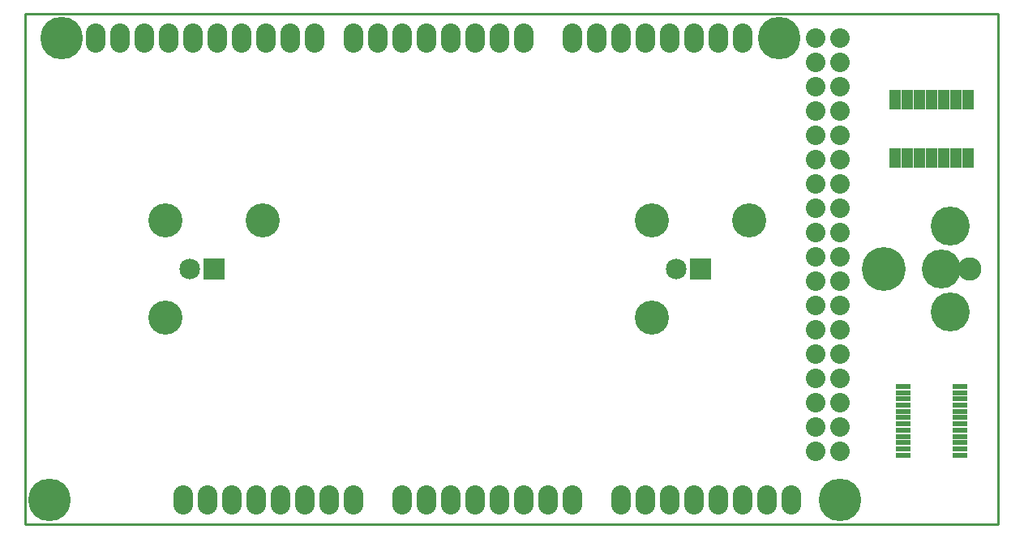
<source format=gts>
G04 (created by PCBNEW-RS274X (2011-05-25)-stable) date Fri 11 Oct 2013 04:24:49 PM EDT*
G01*
G70*
G90*
%MOIN*%
G04 Gerber Fmt 3.4, Leading zero omitted, Abs format*
%FSLAX34Y34*%
G04 APERTURE LIST*
%ADD10C,0.006000*%
%ADD11C,0.009000*%
%ADD12C,0.096000*%
%ADD13C,0.160000*%
%ADD14C,0.180000*%
%ADD15C,0.175000*%
%ADD16O,0.080000X0.120000*%
%ADD17C,0.080000*%
%ADD18R,0.059100X0.019700*%
%ADD19C,0.140000*%
%ADD20R,0.085000X0.085000*%
%ADD21C,0.085000*%
%ADD22R,0.045000X0.080000*%
G04 APERTURE END LIST*
G54D10*
G54D11*
X89500Y-30500D02*
X49500Y-30500D01*
X89500Y-51500D02*
X89500Y-30500D01*
X49500Y-51500D02*
X89500Y-51500D01*
X49500Y-30500D02*
X49500Y-51500D01*
G54D12*
X88320Y-41000D03*
G54D13*
X87140Y-41000D03*
G54D14*
X84780Y-41000D03*
G54D13*
X87530Y-39230D03*
X87530Y-42770D03*
G54D15*
X50500Y-50500D03*
X51000Y-31500D03*
X83000Y-50500D03*
X80500Y-31500D03*
G54D16*
X56000Y-50500D03*
X57000Y-50500D03*
X58000Y-50500D03*
X59000Y-50500D03*
X60000Y-50500D03*
X61000Y-50500D03*
X62000Y-50500D03*
X63000Y-50500D03*
X65000Y-50500D03*
X66000Y-50500D03*
X67000Y-50500D03*
X68000Y-50500D03*
X69000Y-50500D03*
X70000Y-50500D03*
X71000Y-50500D03*
X72000Y-50500D03*
X74000Y-50500D03*
X75000Y-50500D03*
X76000Y-50500D03*
X77000Y-50500D03*
X78000Y-50500D03*
X79000Y-50500D03*
X80000Y-50500D03*
X81000Y-50500D03*
X52400Y-31500D03*
X53400Y-31500D03*
X54400Y-31500D03*
X55400Y-31500D03*
X56400Y-31500D03*
X57400Y-31500D03*
X58400Y-31500D03*
X59400Y-31500D03*
X60400Y-31500D03*
X61400Y-31500D03*
X63000Y-31500D03*
X70000Y-31500D03*
X69000Y-31500D03*
X68000Y-31500D03*
X67000Y-31500D03*
X66000Y-31500D03*
X65000Y-31500D03*
X64000Y-31500D03*
X72000Y-31500D03*
X73000Y-31500D03*
X74000Y-31500D03*
X75000Y-31500D03*
X76000Y-31500D03*
X77000Y-31500D03*
X78000Y-31500D03*
X79000Y-31500D03*
G54D17*
X82000Y-31500D03*
X83000Y-31500D03*
X82000Y-32500D03*
X83000Y-32500D03*
X82000Y-33500D03*
X83000Y-33500D03*
X82000Y-34500D03*
X83000Y-34500D03*
X82000Y-35500D03*
X83000Y-35500D03*
X82000Y-36500D03*
X83000Y-36500D03*
X82000Y-37500D03*
X83000Y-37500D03*
X82000Y-38500D03*
X83000Y-38500D03*
X82000Y-39500D03*
X83000Y-39500D03*
X82000Y-40500D03*
X83000Y-40500D03*
X82000Y-41500D03*
X83000Y-41500D03*
X82000Y-42500D03*
X83000Y-42500D03*
X82000Y-43500D03*
X83000Y-43500D03*
X82000Y-44500D03*
X83000Y-44500D03*
X82000Y-45500D03*
X83000Y-45500D03*
X82000Y-46500D03*
X83000Y-46500D03*
X82000Y-47500D03*
X83000Y-47500D03*
X82000Y-48500D03*
X83000Y-48500D03*
G54D18*
X85590Y-46100D03*
X85590Y-46354D03*
X85590Y-46610D03*
X85590Y-46866D03*
X85590Y-47122D03*
X85590Y-47378D03*
X85590Y-47634D03*
X85590Y-47890D03*
X85590Y-48146D03*
X85590Y-48400D03*
X87910Y-48400D03*
X87910Y-48146D03*
X87910Y-47890D03*
X87910Y-47634D03*
X87910Y-47378D03*
X87910Y-47122D03*
X87910Y-46866D03*
X87910Y-46610D03*
X87910Y-46354D03*
X87910Y-46100D03*
X85590Y-45840D03*
X87910Y-45840D03*
X85590Y-48660D03*
X87910Y-48660D03*
G54D19*
X55250Y-39000D03*
X59250Y-39000D03*
G54D20*
X57250Y-41000D03*
G54D21*
X56250Y-41000D03*
G54D19*
X55250Y-43000D03*
X75250Y-39000D03*
X79250Y-39000D03*
G54D20*
X77250Y-41000D03*
G54D21*
X76250Y-41000D03*
G54D19*
X75250Y-43000D03*
G54D22*
X85250Y-36450D03*
X85750Y-36450D03*
X86250Y-36450D03*
X86750Y-36450D03*
X87250Y-36450D03*
X87750Y-36450D03*
X88250Y-36450D03*
X88250Y-34050D03*
X87750Y-34050D03*
X87250Y-34050D03*
X86750Y-34050D03*
X86250Y-34050D03*
X85750Y-34050D03*
X85250Y-34050D03*
M02*

</source>
